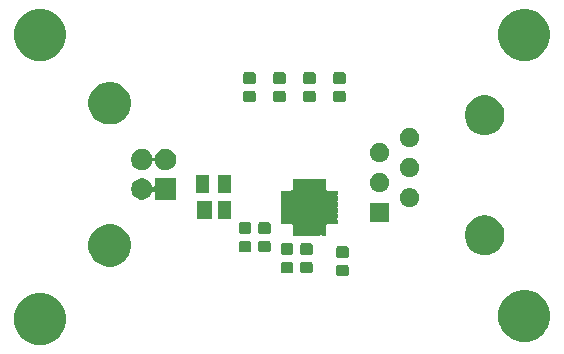
<source format=gbr>
G04 #@! TF.GenerationSoftware,KiCad,Pcbnew,(5.1.2)-2*
G04 #@! TF.CreationDate,2020-04-12T20:05:54-04:00*
G04 #@! TF.ProjectId,usb-serial-interface,7573622d-7365-4726-9961-6c2d696e7465,rev?*
G04 #@! TF.SameCoordinates,Original*
G04 #@! TF.FileFunction,Soldermask,Top*
G04 #@! TF.FilePolarity,Negative*
%FSLAX46Y46*%
G04 Gerber Fmt 4.6, Leading zero omitted, Abs format (unit mm)*
G04 Created by KiCad (PCBNEW (5.1.2)-2) date 2020-04-12 20:05:54*
%MOMM*%
%LPD*%
G04 APERTURE LIST*
%ADD10C,0.100000*%
G04 APERTURE END LIST*
D10*
G36*
X84517007Y-90518582D02*
G01*
X84917563Y-90684498D01*
X84917565Y-90684499D01*
X85278056Y-90925371D01*
X85584629Y-91231944D01*
X85825501Y-91592435D01*
X85825502Y-91592437D01*
X85991418Y-91992993D01*
X86076000Y-92418219D01*
X86076000Y-92851781D01*
X85991418Y-93277007D01*
X85825502Y-93677563D01*
X85825501Y-93677565D01*
X85584629Y-94038056D01*
X85278056Y-94344629D01*
X84917565Y-94585501D01*
X84917564Y-94585502D01*
X84917563Y-94585502D01*
X84517007Y-94751418D01*
X84091781Y-94836000D01*
X83658219Y-94836000D01*
X83232993Y-94751418D01*
X82832437Y-94585502D01*
X82832436Y-94585502D01*
X82832435Y-94585501D01*
X82471944Y-94344629D01*
X82165371Y-94038056D01*
X81924499Y-93677565D01*
X81924498Y-93677563D01*
X81758582Y-93277007D01*
X81674000Y-92851781D01*
X81674000Y-92418219D01*
X81758582Y-91992993D01*
X81924498Y-91592437D01*
X81924499Y-91592435D01*
X82165371Y-91231944D01*
X82471944Y-90925371D01*
X82832435Y-90684499D01*
X82832437Y-90684498D01*
X83232993Y-90518582D01*
X83658219Y-90434000D01*
X84091781Y-90434000D01*
X84517007Y-90518582D01*
X84517007Y-90518582D01*
G37*
G36*
X125517007Y-90268582D02*
G01*
X125917563Y-90434498D01*
X125917565Y-90434499D01*
X126278056Y-90675371D01*
X126584629Y-90981944D01*
X126751673Y-91231944D01*
X126825502Y-91342437D01*
X126991418Y-91742993D01*
X127076000Y-92168219D01*
X127076000Y-92601781D01*
X126991418Y-93027007D01*
X126887864Y-93277007D01*
X126825501Y-93427565D01*
X126584629Y-93788056D01*
X126278056Y-94094629D01*
X125917565Y-94335501D01*
X125917564Y-94335502D01*
X125917563Y-94335502D01*
X125517007Y-94501418D01*
X125091781Y-94586000D01*
X124658219Y-94586000D01*
X124232993Y-94501418D01*
X123832437Y-94335502D01*
X123832436Y-94335502D01*
X123832435Y-94335501D01*
X123471944Y-94094629D01*
X123165371Y-93788056D01*
X122924499Y-93427565D01*
X122862136Y-93277007D01*
X122758582Y-93027007D01*
X122674000Y-92601781D01*
X122674000Y-92168219D01*
X122758582Y-91742993D01*
X122924498Y-91342437D01*
X122998327Y-91231944D01*
X123165371Y-90981944D01*
X123471944Y-90675371D01*
X123832435Y-90434499D01*
X123832437Y-90434498D01*
X124232993Y-90268582D01*
X124658219Y-90184000D01*
X125091781Y-90184000D01*
X125517007Y-90268582D01*
X125517007Y-90268582D01*
G37*
G36*
X109853591Y-88060085D02*
G01*
X109887569Y-88070393D01*
X109918890Y-88087134D01*
X109946339Y-88109661D01*
X109968866Y-88137110D01*
X109985607Y-88168431D01*
X109995915Y-88202409D01*
X110000000Y-88243890D01*
X110000000Y-88845110D01*
X109995915Y-88886591D01*
X109985607Y-88920569D01*
X109968866Y-88951890D01*
X109946339Y-88979339D01*
X109918890Y-89001866D01*
X109887569Y-89018607D01*
X109853591Y-89028915D01*
X109812110Y-89033000D01*
X109135890Y-89033000D01*
X109094409Y-89028915D01*
X109060431Y-89018607D01*
X109029110Y-89001866D01*
X109001661Y-88979339D01*
X108979134Y-88951890D01*
X108962393Y-88920569D01*
X108952085Y-88886591D01*
X108948000Y-88845110D01*
X108948000Y-88243890D01*
X108952085Y-88202409D01*
X108962393Y-88168431D01*
X108979134Y-88137110D01*
X109001661Y-88109661D01*
X109029110Y-88087134D01*
X109060431Y-88070393D01*
X109094409Y-88060085D01*
X109135890Y-88056000D01*
X109812110Y-88056000D01*
X109853591Y-88060085D01*
X109853591Y-88060085D01*
G37*
G36*
X106805591Y-87806085D02*
G01*
X106839569Y-87816393D01*
X106870890Y-87833134D01*
X106898339Y-87855661D01*
X106920866Y-87883110D01*
X106937607Y-87914431D01*
X106947915Y-87948409D01*
X106952000Y-87989890D01*
X106952000Y-88591110D01*
X106947915Y-88632591D01*
X106937607Y-88666569D01*
X106920866Y-88697890D01*
X106898339Y-88725339D01*
X106870890Y-88747866D01*
X106839569Y-88764607D01*
X106805591Y-88774915D01*
X106764110Y-88779000D01*
X106087890Y-88779000D01*
X106046409Y-88774915D01*
X106012431Y-88764607D01*
X105981110Y-88747866D01*
X105953661Y-88725339D01*
X105931134Y-88697890D01*
X105914393Y-88666569D01*
X105904085Y-88632591D01*
X105900000Y-88591110D01*
X105900000Y-87989890D01*
X105904085Y-87948409D01*
X105914393Y-87914431D01*
X105931134Y-87883110D01*
X105953661Y-87855661D01*
X105981110Y-87833134D01*
X106012431Y-87816393D01*
X106046409Y-87806085D01*
X106087890Y-87802000D01*
X106764110Y-87802000D01*
X106805591Y-87806085D01*
X106805591Y-87806085D01*
G37*
G36*
X105154591Y-87806085D02*
G01*
X105188569Y-87816393D01*
X105219890Y-87833134D01*
X105247339Y-87855661D01*
X105269866Y-87883110D01*
X105286607Y-87914431D01*
X105296915Y-87948409D01*
X105301000Y-87989890D01*
X105301000Y-88591110D01*
X105296915Y-88632591D01*
X105286607Y-88666569D01*
X105269866Y-88697890D01*
X105247339Y-88725339D01*
X105219890Y-88747866D01*
X105188569Y-88764607D01*
X105154591Y-88774915D01*
X105113110Y-88779000D01*
X104436890Y-88779000D01*
X104395409Y-88774915D01*
X104361431Y-88764607D01*
X104330110Y-88747866D01*
X104302661Y-88725339D01*
X104280134Y-88697890D01*
X104263393Y-88666569D01*
X104253085Y-88632591D01*
X104249000Y-88591110D01*
X104249000Y-87989890D01*
X104253085Y-87948409D01*
X104263393Y-87914431D01*
X104280134Y-87883110D01*
X104302661Y-87855661D01*
X104330110Y-87833134D01*
X104361431Y-87816393D01*
X104395409Y-87806085D01*
X104436890Y-87802000D01*
X105113110Y-87802000D01*
X105154591Y-87806085D01*
X105154591Y-87806085D01*
G37*
G36*
X90303331Y-84673211D02*
G01*
X90631092Y-84808974D01*
X90926070Y-85006072D01*
X91176928Y-85256930D01*
X91374026Y-85551908D01*
X91509789Y-85879669D01*
X91579000Y-86227616D01*
X91579000Y-86582384D01*
X91509789Y-86930331D01*
X91374026Y-87258092D01*
X91176928Y-87553070D01*
X90926070Y-87803928D01*
X90631092Y-88001026D01*
X90303331Y-88136789D01*
X89955384Y-88206000D01*
X89600616Y-88206000D01*
X89252669Y-88136789D01*
X88924908Y-88001026D01*
X88629930Y-87803928D01*
X88379072Y-87553070D01*
X88181974Y-87258092D01*
X88046211Y-86930331D01*
X87977000Y-86582384D01*
X87977000Y-86227616D01*
X88046211Y-85879669D01*
X88181974Y-85551908D01*
X88379072Y-85256930D01*
X88629930Y-85006072D01*
X88924908Y-84808974D01*
X89252669Y-84673211D01*
X89600616Y-84604000D01*
X89955384Y-84604000D01*
X90303331Y-84673211D01*
X90303331Y-84673211D01*
G37*
G36*
X109853591Y-86485085D02*
G01*
X109887569Y-86495393D01*
X109918890Y-86512134D01*
X109946339Y-86534661D01*
X109968866Y-86562110D01*
X109985607Y-86593431D01*
X109995915Y-86627409D01*
X110000000Y-86668890D01*
X110000000Y-87270110D01*
X109995915Y-87311591D01*
X109985607Y-87345569D01*
X109968866Y-87376890D01*
X109946339Y-87404339D01*
X109918890Y-87426866D01*
X109887569Y-87443607D01*
X109853591Y-87453915D01*
X109812110Y-87458000D01*
X109135890Y-87458000D01*
X109094409Y-87453915D01*
X109060431Y-87443607D01*
X109029110Y-87426866D01*
X109001661Y-87404339D01*
X108979134Y-87376890D01*
X108962393Y-87345569D01*
X108952085Y-87311591D01*
X108948000Y-87270110D01*
X108948000Y-86668890D01*
X108952085Y-86627409D01*
X108962393Y-86593431D01*
X108979134Y-86562110D01*
X109001661Y-86534661D01*
X109029110Y-86512134D01*
X109060431Y-86495393D01*
X109094409Y-86485085D01*
X109135890Y-86481000D01*
X109812110Y-86481000D01*
X109853591Y-86485085D01*
X109853591Y-86485085D01*
G37*
G36*
X121841971Y-83901204D02*
G01*
X122003871Y-83933408D01*
X122308883Y-84059748D01*
X122583387Y-84243166D01*
X122816834Y-84476613D01*
X123000252Y-84751117D01*
X123126592Y-85056129D01*
X123126592Y-85056130D01*
X123189491Y-85372339D01*
X123191000Y-85379928D01*
X123191000Y-85710072D01*
X123126592Y-86033871D01*
X123000252Y-86338883D01*
X122816834Y-86613387D01*
X122583387Y-86846834D01*
X122308883Y-87030252D01*
X122003871Y-87156592D01*
X121859004Y-87185408D01*
X121680073Y-87221000D01*
X121349927Y-87221000D01*
X121170996Y-87185408D01*
X121026129Y-87156592D01*
X120721117Y-87030252D01*
X120446613Y-86846834D01*
X120213166Y-86613387D01*
X120029748Y-86338883D01*
X119903408Y-86033871D01*
X119839000Y-85710072D01*
X119839000Y-85379928D01*
X119840510Y-85372339D01*
X119903408Y-85056130D01*
X119903408Y-85056129D01*
X120029748Y-84751117D01*
X120213166Y-84476613D01*
X120446613Y-84243166D01*
X120721117Y-84059748D01*
X121026129Y-83933408D01*
X121188029Y-83901204D01*
X121349927Y-83869000D01*
X121680073Y-83869000D01*
X121841971Y-83901204D01*
X121841971Y-83901204D01*
G37*
G36*
X106805591Y-86231085D02*
G01*
X106839569Y-86241393D01*
X106870890Y-86258134D01*
X106898339Y-86280661D01*
X106920866Y-86308110D01*
X106937607Y-86339431D01*
X106947915Y-86373409D01*
X106952000Y-86414890D01*
X106952000Y-87016110D01*
X106947915Y-87057591D01*
X106937607Y-87091569D01*
X106920866Y-87122890D01*
X106898339Y-87150339D01*
X106870890Y-87172866D01*
X106839569Y-87189607D01*
X106805591Y-87199915D01*
X106764110Y-87204000D01*
X106087890Y-87204000D01*
X106046409Y-87199915D01*
X106012431Y-87189607D01*
X105981110Y-87172866D01*
X105953661Y-87150339D01*
X105931134Y-87122890D01*
X105914393Y-87091569D01*
X105904085Y-87057591D01*
X105900000Y-87016110D01*
X105900000Y-86414890D01*
X105904085Y-86373409D01*
X105914393Y-86339431D01*
X105931134Y-86308110D01*
X105953661Y-86280661D01*
X105981110Y-86258134D01*
X106012431Y-86241393D01*
X106046409Y-86231085D01*
X106087890Y-86227000D01*
X106764110Y-86227000D01*
X106805591Y-86231085D01*
X106805591Y-86231085D01*
G37*
G36*
X105154591Y-86231085D02*
G01*
X105188569Y-86241393D01*
X105219890Y-86258134D01*
X105247339Y-86280661D01*
X105269866Y-86308110D01*
X105286607Y-86339431D01*
X105296915Y-86373409D01*
X105301000Y-86414890D01*
X105301000Y-87016110D01*
X105296915Y-87057591D01*
X105286607Y-87091569D01*
X105269866Y-87122890D01*
X105247339Y-87150339D01*
X105219890Y-87172866D01*
X105188569Y-87189607D01*
X105154591Y-87199915D01*
X105113110Y-87204000D01*
X104436890Y-87204000D01*
X104395409Y-87199915D01*
X104361431Y-87189607D01*
X104330110Y-87172866D01*
X104302661Y-87150339D01*
X104280134Y-87122890D01*
X104263393Y-87091569D01*
X104253085Y-87057591D01*
X104249000Y-87016110D01*
X104249000Y-86414890D01*
X104253085Y-86373409D01*
X104263393Y-86339431D01*
X104280134Y-86308110D01*
X104302661Y-86280661D01*
X104330110Y-86258134D01*
X104361431Y-86241393D01*
X104395409Y-86231085D01*
X104436890Y-86227000D01*
X105113110Y-86227000D01*
X105154591Y-86231085D01*
X105154591Y-86231085D01*
G37*
G36*
X103249591Y-86028085D02*
G01*
X103283569Y-86038393D01*
X103314890Y-86055134D01*
X103342339Y-86077661D01*
X103364866Y-86105110D01*
X103381607Y-86136431D01*
X103391915Y-86170409D01*
X103396000Y-86211890D01*
X103396000Y-86813110D01*
X103391915Y-86854591D01*
X103381607Y-86888569D01*
X103364866Y-86919890D01*
X103342339Y-86947339D01*
X103314890Y-86969866D01*
X103283569Y-86986607D01*
X103249591Y-86996915D01*
X103208110Y-87001000D01*
X102531890Y-87001000D01*
X102490409Y-86996915D01*
X102456431Y-86986607D01*
X102425110Y-86969866D01*
X102397661Y-86947339D01*
X102375134Y-86919890D01*
X102358393Y-86888569D01*
X102348085Y-86854591D01*
X102344000Y-86813110D01*
X102344000Y-86211890D01*
X102348085Y-86170409D01*
X102358393Y-86136431D01*
X102375134Y-86105110D01*
X102397661Y-86077661D01*
X102425110Y-86055134D01*
X102456431Y-86038393D01*
X102490409Y-86028085D01*
X102531890Y-86024000D01*
X103208110Y-86024000D01*
X103249591Y-86028085D01*
X103249591Y-86028085D01*
G37*
G36*
X101598591Y-86028085D02*
G01*
X101632569Y-86038393D01*
X101663890Y-86055134D01*
X101691339Y-86077661D01*
X101713866Y-86105110D01*
X101730607Y-86136431D01*
X101740915Y-86170409D01*
X101745000Y-86211890D01*
X101745000Y-86813110D01*
X101740915Y-86854591D01*
X101730607Y-86888569D01*
X101713866Y-86919890D01*
X101691339Y-86947339D01*
X101663890Y-86969866D01*
X101632569Y-86986607D01*
X101598591Y-86996915D01*
X101557110Y-87001000D01*
X100880890Y-87001000D01*
X100839409Y-86996915D01*
X100805431Y-86986607D01*
X100774110Y-86969866D01*
X100746661Y-86947339D01*
X100724134Y-86919890D01*
X100707393Y-86888569D01*
X100697085Y-86854591D01*
X100693000Y-86813110D01*
X100693000Y-86211890D01*
X100697085Y-86170409D01*
X100707393Y-86136431D01*
X100724134Y-86105110D01*
X100746661Y-86077661D01*
X100774110Y-86055134D01*
X100805431Y-86038393D01*
X100839409Y-86028085D01*
X100880890Y-86024000D01*
X101557110Y-86024000D01*
X101598591Y-86028085D01*
X101598591Y-86028085D01*
G37*
G36*
X105585355Y-80785083D02*
G01*
X105590029Y-80786501D01*
X105594330Y-80788800D01*
X105600702Y-80794029D01*
X105621076Y-80807643D01*
X105643715Y-80817020D01*
X105667749Y-80821800D01*
X105692253Y-80821800D01*
X105716286Y-80817019D01*
X105738925Y-80807642D01*
X105759298Y-80794029D01*
X105765670Y-80788800D01*
X105769971Y-80786501D01*
X105774645Y-80785083D01*
X105785641Y-80784000D01*
X106074359Y-80784000D01*
X106085355Y-80785083D01*
X106090029Y-80786501D01*
X106094330Y-80788800D01*
X106100702Y-80794029D01*
X106121076Y-80807643D01*
X106143715Y-80817020D01*
X106167749Y-80821800D01*
X106192253Y-80821800D01*
X106216286Y-80817019D01*
X106238925Y-80807642D01*
X106259298Y-80794029D01*
X106265670Y-80788800D01*
X106269971Y-80786501D01*
X106274645Y-80785083D01*
X106285641Y-80784000D01*
X106574359Y-80784000D01*
X106585355Y-80785083D01*
X106590029Y-80786501D01*
X106594330Y-80788800D01*
X106600702Y-80794029D01*
X106621076Y-80807643D01*
X106643715Y-80817020D01*
X106667749Y-80821800D01*
X106692253Y-80821800D01*
X106716286Y-80817019D01*
X106738925Y-80807642D01*
X106759298Y-80794029D01*
X106765670Y-80788800D01*
X106769971Y-80786501D01*
X106774645Y-80785083D01*
X106785641Y-80784000D01*
X107074359Y-80784000D01*
X107085355Y-80785083D01*
X107090029Y-80786501D01*
X107094330Y-80788800D01*
X107100702Y-80794029D01*
X107121076Y-80807643D01*
X107143715Y-80817020D01*
X107167749Y-80821800D01*
X107192253Y-80821800D01*
X107216286Y-80817019D01*
X107238925Y-80807642D01*
X107259298Y-80794029D01*
X107265670Y-80788800D01*
X107269971Y-80786501D01*
X107274645Y-80785083D01*
X107285641Y-80784000D01*
X107574359Y-80784000D01*
X107585355Y-80785083D01*
X107590029Y-80786501D01*
X107594330Y-80788800D01*
X107600702Y-80794029D01*
X107621076Y-80807643D01*
X107643715Y-80817020D01*
X107667749Y-80821800D01*
X107692253Y-80821800D01*
X107716286Y-80817019D01*
X107738925Y-80807642D01*
X107759298Y-80794029D01*
X107765670Y-80788800D01*
X107769971Y-80786501D01*
X107774645Y-80785083D01*
X107785641Y-80784000D01*
X108074359Y-80784000D01*
X108085355Y-80785083D01*
X108090029Y-80786501D01*
X108094331Y-80788800D01*
X108098104Y-80791896D01*
X108101200Y-80795669D01*
X108103499Y-80799971D01*
X108104917Y-80804645D01*
X108106000Y-80815641D01*
X108106000Y-81634001D01*
X108108402Y-81658387D01*
X108115515Y-81681836D01*
X108127066Y-81703447D01*
X108142611Y-81722389D01*
X108161553Y-81737934D01*
X108183164Y-81749485D01*
X108206613Y-81756598D01*
X108230999Y-81759000D01*
X109049359Y-81759000D01*
X109060355Y-81760083D01*
X109065029Y-81761501D01*
X109069331Y-81763800D01*
X109073104Y-81766896D01*
X109076200Y-81770669D01*
X109078499Y-81774971D01*
X109079917Y-81779645D01*
X109081000Y-81790641D01*
X109081000Y-82079359D01*
X109079917Y-82090355D01*
X109078499Y-82095029D01*
X109076200Y-82099330D01*
X109070971Y-82105702D01*
X109057357Y-82126076D01*
X109047980Y-82148715D01*
X109043200Y-82172749D01*
X109043200Y-82197253D01*
X109047981Y-82221286D01*
X109057358Y-82243925D01*
X109070971Y-82264298D01*
X109076200Y-82270670D01*
X109078499Y-82274971D01*
X109079917Y-82279645D01*
X109081000Y-82290641D01*
X109081000Y-82579359D01*
X109079917Y-82590355D01*
X109078499Y-82595029D01*
X109076200Y-82599330D01*
X109070971Y-82605702D01*
X109057357Y-82626076D01*
X109047980Y-82648715D01*
X109043200Y-82672749D01*
X109043200Y-82697253D01*
X109047981Y-82721286D01*
X109057358Y-82743925D01*
X109070971Y-82764298D01*
X109076200Y-82770670D01*
X109078499Y-82774971D01*
X109079917Y-82779645D01*
X109081000Y-82790641D01*
X109081000Y-83079359D01*
X109079917Y-83090355D01*
X109078499Y-83095029D01*
X109076200Y-83099330D01*
X109070971Y-83105702D01*
X109057357Y-83126076D01*
X109047980Y-83148715D01*
X109043200Y-83172749D01*
X109043200Y-83197253D01*
X109047981Y-83221286D01*
X109057358Y-83243925D01*
X109070971Y-83264298D01*
X109076200Y-83270670D01*
X109078499Y-83274971D01*
X109079917Y-83279645D01*
X109081000Y-83290641D01*
X109081000Y-83579359D01*
X109079917Y-83590355D01*
X109078499Y-83595029D01*
X109076200Y-83599330D01*
X109070971Y-83605702D01*
X109057357Y-83626076D01*
X109047980Y-83648715D01*
X109043200Y-83672749D01*
X109043200Y-83697253D01*
X109047981Y-83721286D01*
X109057358Y-83743925D01*
X109070971Y-83764298D01*
X109076200Y-83770670D01*
X109078499Y-83774971D01*
X109079917Y-83779645D01*
X109081000Y-83790641D01*
X109081000Y-84079359D01*
X109079917Y-84090355D01*
X109078499Y-84095029D01*
X109076200Y-84099330D01*
X109070971Y-84105702D01*
X109057357Y-84126076D01*
X109047980Y-84148715D01*
X109043200Y-84172749D01*
X109043200Y-84197253D01*
X109047981Y-84221286D01*
X109057358Y-84243925D01*
X109070971Y-84264298D01*
X109076200Y-84270670D01*
X109078499Y-84274971D01*
X109079917Y-84279645D01*
X109081000Y-84290641D01*
X109081000Y-84579359D01*
X109079917Y-84590355D01*
X109078499Y-84595029D01*
X109076200Y-84599331D01*
X109073104Y-84603104D01*
X109069331Y-84606200D01*
X109065029Y-84608499D01*
X109060355Y-84609917D01*
X109049359Y-84611000D01*
X108230999Y-84611000D01*
X108206613Y-84613402D01*
X108183164Y-84620515D01*
X108161553Y-84632066D01*
X108142611Y-84647611D01*
X108127066Y-84666553D01*
X108115515Y-84688164D01*
X108108402Y-84711613D01*
X108106000Y-84735999D01*
X108106000Y-85554359D01*
X108104917Y-85565355D01*
X108103499Y-85570029D01*
X108101200Y-85574331D01*
X108098104Y-85578104D01*
X108094331Y-85581200D01*
X108090029Y-85583499D01*
X108085355Y-85584917D01*
X108074359Y-85586000D01*
X107785641Y-85586000D01*
X107774645Y-85584917D01*
X107769971Y-85583499D01*
X107765670Y-85581200D01*
X107759298Y-85575971D01*
X107738924Y-85562357D01*
X107716285Y-85552980D01*
X107692251Y-85548200D01*
X107667747Y-85548200D01*
X107643714Y-85552981D01*
X107621075Y-85562358D01*
X107600702Y-85575971D01*
X107594330Y-85581200D01*
X107590029Y-85583499D01*
X107585355Y-85584917D01*
X107574359Y-85586000D01*
X107285641Y-85586000D01*
X107274645Y-85584917D01*
X107269971Y-85583499D01*
X107265670Y-85581200D01*
X107259298Y-85575971D01*
X107238924Y-85562357D01*
X107216285Y-85552980D01*
X107192251Y-85548200D01*
X107167747Y-85548200D01*
X107143714Y-85552981D01*
X107121075Y-85562358D01*
X107100702Y-85575971D01*
X107094330Y-85581200D01*
X107090029Y-85583499D01*
X107085355Y-85584917D01*
X107074359Y-85586000D01*
X106785641Y-85586000D01*
X106774645Y-85584917D01*
X106769971Y-85583499D01*
X106765670Y-85581200D01*
X106759298Y-85575971D01*
X106738924Y-85562357D01*
X106716285Y-85552980D01*
X106692251Y-85548200D01*
X106667747Y-85548200D01*
X106643714Y-85552981D01*
X106621075Y-85562358D01*
X106600702Y-85575971D01*
X106594330Y-85581200D01*
X106590029Y-85583499D01*
X106585355Y-85584917D01*
X106574359Y-85586000D01*
X106285641Y-85586000D01*
X106274645Y-85584917D01*
X106269971Y-85583499D01*
X106265670Y-85581200D01*
X106259298Y-85575971D01*
X106238924Y-85562357D01*
X106216285Y-85552980D01*
X106192251Y-85548200D01*
X106167747Y-85548200D01*
X106143714Y-85552981D01*
X106121075Y-85562358D01*
X106100702Y-85575971D01*
X106094330Y-85581200D01*
X106090029Y-85583499D01*
X106085355Y-85584917D01*
X106074359Y-85586000D01*
X105785641Y-85586000D01*
X105774645Y-85584917D01*
X105769971Y-85583499D01*
X105765670Y-85581200D01*
X105759298Y-85575971D01*
X105738924Y-85562357D01*
X105716285Y-85552980D01*
X105692251Y-85548200D01*
X105667747Y-85548200D01*
X105643714Y-85552981D01*
X105621075Y-85562358D01*
X105600702Y-85575971D01*
X105594330Y-85581200D01*
X105590029Y-85583499D01*
X105585355Y-85584917D01*
X105574359Y-85586000D01*
X105285641Y-85586000D01*
X105274645Y-85584917D01*
X105269971Y-85583499D01*
X105265669Y-85581200D01*
X105261896Y-85578104D01*
X105258800Y-85574331D01*
X105256501Y-85570029D01*
X105255083Y-85565355D01*
X105254000Y-85554359D01*
X105254000Y-84735999D01*
X105251598Y-84711613D01*
X105244485Y-84688164D01*
X105232934Y-84666553D01*
X105217389Y-84647611D01*
X105198447Y-84632066D01*
X105176836Y-84620515D01*
X105153387Y-84613402D01*
X105129001Y-84611000D01*
X104310641Y-84611000D01*
X104299645Y-84609917D01*
X104294971Y-84608499D01*
X104290669Y-84606200D01*
X104286896Y-84603104D01*
X104283800Y-84599331D01*
X104281501Y-84595029D01*
X104280083Y-84590355D01*
X104279000Y-84579359D01*
X104279000Y-84290641D01*
X104280083Y-84279645D01*
X104281501Y-84274971D01*
X104283800Y-84270670D01*
X104289029Y-84264298D01*
X104302643Y-84243924D01*
X104312020Y-84221285D01*
X104316800Y-84197251D01*
X104316800Y-84172747D01*
X104312019Y-84148714D01*
X104302642Y-84126075D01*
X104289029Y-84105702D01*
X104283800Y-84099330D01*
X104281501Y-84095029D01*
X104280083Y-84090355D01*
X104279000Y-84079359D01*
X104279000Y-83790641D01*
X104280083Y-83779645D01*
X104281501Y-83774971D01*
X104283800Y-83770670D01*
X104289029Y-83764298D01*
X104302643Y-83743924D01*
X104312020Y-83721285D01*
X104316800Y-83697251D01*
X104316800Y-83672747D01*
X104312019Y-83648714D01*
X104302642Y-83626075D01*
X104289029Y-83605702D01*
X104283800Y-83599330D01*
X104281501Y-83595029D01*
X104280083Y-83590355D01*
X104279000Y-83579359D01*
X104279000Y-83290641D01*
X104280083Y-83279645D01*
X104281501Y-83274971D01*
X104283800Y-83270670D01*
X104289029Y-83264298D01*
X104302643Y-83243924D01*
X104312020Y-83221285D01*
X104316800Y-83197251D01*
X104316800Y-83172747D01*
X104312019Y-83148714D01*
X104302642Y-83126075D01*
X104289029Y-83105702D01*
X104283800Y-83099330D01*
X104281501Y-83095029D01*
X104280083Y-83090355D01*
X104279000Y-83079359D01*
X104279000Y-82790641D01*
X104280083Y-82779645D01*
X104281501Y-82774971D01*
X104283800Y-82770670D01*
X104289029Y-82764298D01*
X104302643Y-82743924D01*
X104312020Y-82721285D01*
X104316800Y-82697251D01*
X104316800Y-82672747D01*
X104312019Y-82648714D01*
X104302642Y-82626075D01*
X104289029Y-82605702D01*
X104283800Y-82599330D01*
X104281501Y-82595029D01*
X104280083Y-82590355D01*
X104279000Y-82579359D01*
X104279000Y-82290641D01*
X104280083Y-82279645D01*
X104281501Y-82274971D01*
X104283800Y-82270670D01*
X104289029Y-82264298D01*
X104302643Y-82243924D01*
X104312020Y-82221285D01*
X104316800Y-82197251D01*
X104316800Y-82172747D01*
X104312019Y-82148714D01*
X104302642Y-82126075D01*
X104289029Y-82105702D01*
X104283800Y-82099330D01*
X104281501Y-82095029D01*
X104280083Y-82090355D01*
X104279000Y-82079359D01*
X104279000Y-81790641D01*
X104280083Y-81779645D01*
X104281501Y-81774971D01*
X104283800Y-81770669D01*
X104286896Y-81766896D01*
X104290669Y-81763800D01*
X104294971Y-81761501D01*
X104299645Y-81760083D01*
X104310641Y-81759000D01*
X105129001Y-81759000D01*
X105153387Y-81756598D01*
X105176836Y-81749485D01*
X105198447Y-81737934D01*
X105217389Y-81722389D01*
X105232934Y-81703447D01*
X105244485Y-81681836D01*
X105251598Y-81658387D01*
X105254000Y-81634001D01*
X105254000Y-80815641D01*
X105255083Y-80804645D01*
X105256501Y-80799971D01*
X105258800Y-80795669D01*
X105261896Y-80791896D01*
X105265669Y-80788800D01*
X105269971Y-80786501D01*
X105274645Y-80785083D01*
X105285641Y-80784000D01*
X105574359Y-80784000D01*
X105585355Y-80785083D01*
X105585355Y-80785083D01*
G37*
G36*
X103249591Y-84453085D02*
G01*
X103283569Y-84463393D01*
X103314890Y-84480134D01*
X103342339Y-84502661D01*
X103364866Y-84530110D01*
X103381607Y-84561431D01*
X103391915Y-84595409D01*
X103396000Y-84636890D01*
X103396000Y-85238110D01*
X103391915Y-85279591D01*
X103381607Y-85313569D01*
X103364866Y-85344890D01*
X103342339Y-85372339D01*
X103314890Y-85394866D01*
X103283569Y-85411607D01*
X103249591Y-85421915D01*
X103208110Y-85426000D01*
X102531890Y-85426000D01*
X102490409Y-85421915D01*
X102456431Y-85411607D01*
X102425110Y-85394866D01*
X102397661Y-85372339D01*
X102375134Y-85344890D01*
X102358393Y-85313569D01*
X102348085Y-85279591D01*
X102344000Y-85238110D01*
X102344000Y-84636890D01*
X102348085Y-84595409D01*
X102358393Y-84561431D01*
X102375134Y-84530110D01*
X102397661Y-84502661D01*
X102425110Y-84480134D01*
X102456431Y-84463393D01*
X102490409Y-84453085D01*
X102531890Y-84449000D01*
X103208110Y-84449000D01*
X103249591Y-84453085D01*
X103249591Y-84453085D01*
G37*
G36*
X101598591Y-84453085D02*
G01*
X101632569Y-84463393D01*
X101663890Y-84480134D01*
X101691339Y-84502661D01*
X101713866Y-84530110D01*
X101730607Y-84561431D01*
X101740915Y-84595409D01*
X101745000Y-84636890D01*
X101745000Y-85238110D01*
X101740915Y-85279591D01*
X101730607Y-85313569D01*
X101713866Y-85344890D01*
X101691339Y-85372339D01*
X101663890Y-85394866D01*
X101632569Y-85411607D01*
X101598591Y-85421915D01*
X101557110Y-85426000D01*
X100880890Y-85426000D01*
X100839409Y-85421915D01*
X100805431Y-85411607D01*
X100774110Y-85394866D01*
X100746661Y-85372339D01*
X100724134Y-85344890D01*
X100707393Y-85313569D01*
X100697085Y-85279591D01*
X100693000Y-85238110D01*
X100693000Y-84636890D01*
X100697085Y-84595409D01*
X100707393Y-84561431D01*
X100724134Y-84530110D01*
X100746661Y-84502661D01*
X100774110Y-84480134D01*
X100805431Y-84463393D01*
X100839409Y-84453085D01*
X100880890Y-84449000D01*
X101557110Y-84449000D01*
X101598591Y-84453085D01*
X101598591Y-84453085D01*
G37*
G36*
X113436000Y-84446000D02*
G01*
X111814000Y-84446000D01*
X111814000Y-82824000D01*
X113436000Y-82824000D01*
X113436000Y-84446000D01*
X113436000Y-84446000D01*
G37*
G36*
X100053000Y-84147000D02*
G01*
X98951000Y-84147000D01*
X98951000Y-82645000D01*
X100053000Y-82645000D01*
X100053000Y-84147000D01*
X100053000Y-84147000D01*
G37*
G36*
X98433000Y-84147000D02*
G01*
X97131000Y-84147000D01*
X97131000Y-82645000D01*
X98433000Y-82645000D01*
X98433000Y-84147000D01*
X98433000Y-84147000D01*
G37*
G36*
X115401560Y-81585166D02*
G01*
X115492900Y-81623000D01*
X115549153Y-81646301D01*
X115681982Y-81735055D01*
X115794945Y-81848018D01*
X115833688Y-81906000D01*
X115883700Y-81980849D01*
X115944834Y-82128440D01*
X115976000Y-82285122D01*
X115976000Y-82444878D01*
X115957875Y-82536000D01*
X115944834Y-82601560D01*
X115883699Y-82749153D01*
X115794945Y-82881982D01*
X115681982Y-82994945D01*
X115549153Y-83083699D01*
X115549152Y-83083700D01*
X115549151Y-83083700D01*
X115401560Y-83144834D01*
X115244878Y-83176000D01*
X115085122Y-83176000D01*
X114928440Y-83144834D01*
X114780849Y-83083700D01*
X114780848Y-83083700D01*
X114780847Y-83083699D01*
X114648018Y-82994945D01*
X114535055Y-82881982D01*
X114446301Y-82749153D01*
X114385166Y-82601560D01*
X114372125Y-82536000D01*
X114354000Y-82444878D01*
X114354000Y-82285122D01*
X114385166Y-82128440D01*
X114446300Y-81980849D01*
X114496313Y-81906000D01*
X114535055Y-81848018D01*
X114648018Y-81735055D01*
X114780847Y-81646301D01*
X114837101Y-81623000D01*
X114928440Y-81585166D01*
X115085122Y-81554000D01*
X115244878Y-81554000D01*
X115401560Y-81585166D01*
X115401560Y-81585166D01*
G37*
G36*
X92601512Y-80738927D02*
G01*
X92750812Y-80768624D01*
X92914784Y-80836544D01*
X93062354Y-80935147D01*
X93187853Y-81060646D01*
X93286456Y-81208216D01*
X93346523Y-81353229D01*
X93358068Y-81374829D01*
X93373613Y-81393771D01*
X93392555Y-81409316D01*
X93414166Y-81420867D01*
X93437615Y-81427980D01*
X93462001Y-81430382D01*
X93486387Y-81427980D01*
X93509836Y-81420867D01*
X93531447Y-81409316D01*
X93550389Y-81393771D01*
X93565934Y-81374829D01*
X93577485Y-81353218D01*
X93584598Y-81329769D01*
X93587000Y-81305383D01*
X93587000Y-80734000D01*
X95389000Y-80734000D01*
X95389000Y-82536000D01*
X93587000Y-82536000D01*
X93587000Y-81964617D01*
X93584598Y-81940231D01*
X93577485Y-81916782D01*
X93565934Y-81895171D01*
X93550389Y-81876229D01*
X93531447Y-81860684D01*
X93509836Y-81849133D01*
X93486387Y-81842020D01*
X93462001Y-81839618D01*
X93437615Y-81842020D01*
X93414166Y-81849133D01*
X93392555Y-81860684D01*
X93373613Y-81876229D01*
X93358068Y-81895171D01*
X93346523Y-81916771D01*
X93286456Y-82061784D01*
X93187853Y-82209354D01*
X93062354Y-82334853D01*
X92914784Y-82433456D01*
X92750812Y-82501376D01*
X92601512Y-82531073D01*
X92576742Y-82536000D01*
X92399258Y-82536000D01*
X92374488Y-82531073D01*
X92225188Y-82501376D01*
X92061216Y-82433456D01*
X91913646Y-82334853D01*
X91788147Y-82209354D01*
X91689544Y-82061784D01*
X91621624Y-81897812D01*
X91587000Y-81723741D01*
X91587000Y-81546259D01*
X91621624Y-81372188D01*
X91689544Y-81208216D01*
X91788147Y-81060646D01*
X91913646Y-80935147D01*
X92061216Y-80836544D01*
X92225188Y-80768624D01*
X92374488Y-80738927D01*
X92399258Y-80734000D01*
X92576742Y-80734000D01*
X92601512Y-80738927D01*
X92601512Y-80738927D01*
G37*
G36*
X100053000Y-81947000D02*
G01*
X98951000Y-81947000D01*
X98951000Y-80445000D01*
X100053000Y-80445000D01*
X100053000Y-81947000D01*
X100053000Y-81947000D01*
G37*
G36*
X98153000Y-81947000D02*
G01*
X97051000Y-81947000D01*
X97051000Y-80445000D01*
X98153000Y-80445000D01*
X98153000Y-81947000D01*
X98153000Y-81947000D01*
G37*
G36*
X112861560Y-80315166D02*
G01*
X113009153Y-80376301D01*
X113141982Y-80465055D01*
X113254945Y-80578018D01*
X113293688Y-80636000D01*
X113343700Y-80710849D01*
X113404834Y-80858440D01*
X113436000Y-81015122D01*
X113436000Y-81174878D01*
X113404834Y-81331560D01*
X113372627Y-81409316D01*
X113343699Y-81479153D01*
X113254945Y-81611982D01*
X113141982Y-81724945D01*
X113009153Y-81813699D01*
X113009152Y-81813700D01*
X113009151Y-81813700D01*
X112861560Y-81874834D01*
X112704878Y-81906000D01*
X112545122Y-81906000D01*
X112388440Y-81874834D01*
X112240849Y-81813700D01*
X112240848Y-81813700D01*
X112240847Y-81813699D01*
X112108018Y-81724945D01*
X111995055Y-81611982D01*
X111906301Y-81479153D01*
X111877374Y-81409316D01*
X111845166Y-81331560D01*
X111814000Y-81174878D01*
X111814000Y-81015122D01*
X111845166Y-80858440D01*
X111906300Y-80710849D01*
X111956313Y-80636000D01*
X111995055Y-80578018D01*
X112108018Y-80465055D01*
X112240847Y-80376301D01*
X112388440Y-80315166D01*
X112545122Y-80284000D01*
X112704878Y-80284000D01*
X112861560Y-80315166D01*
X112861560Y-80315166D01*
G37*
G36*
X115316477Y-79028242D02*
G01*
X115401560Y-79045166D01*
X115549153Y-79106301D01*
X115681982Y-79195055D01*
X115794945Y-79308018D01*
X115833688Y-79366000D01*
X115883700Y-79440849D01*
X115944834Y-79588440D01*
X115976000Y-79745122D01*
X115976000Y-79904878D01*
X115956805Y-80001376D01*
X115944834Y-80061560D01*
X115883699Y-80209153D01*
X115794945Y-80341982D01*
X115681982Y-80454945D01*
X115549153Y-80543699D01*
X115549152Y-80543700D01*
X115549151Y-80543700D01*
X115401560Y-80604834D01*
X115244878Y-80636000D01*
X115085122Y-80636000D01*
X114928440Y-80604834D01*
X114780849Y-80543700D01*
X114780848Y-80543700D01*
X114780847Y-80543699D01*
X114648018Y-80454945D01*
X114535055Y-80341982D01*
X114446301Y-80209153D01*
X114385166Y-80061560D01*
X114373195Y-80001376D01*
X114354000Y-79904878D01*
X114354000Y-79745122D01*
X114385166Y-79588440D01*
X114446300Y-79440849D01*
X114496313Y-79366000D01*
X114535055Y-79308018D01*
X114648018Y-79195055D01*
X114780847Y-79106301D01*
X114928440Y-79045166D01*
X115013523Y-79028242D01*
X115085122Y-79014000D01*
X115244878Y-79014000D01*
X115316477Y-79028242D01*
X115316477Y-79028242D01*
G37*
G36*
X92601512Y-78238927D02*
G01*
X92750812Y-78268624D01*
X92914784Y-78336544D01*
X93062354Y-78435147D01*
X93187853Y-78560646D01*
X93286456Y-78708216D01*
X93354376Y-78872188D01*
X93365405Y-78927638D01*
X93372516Y-78951078D01*
X93384067Y-78972689D01*
X93399613Y-78991631D01*
X93418555Y-79007176D01*
X93440165Y-79018727D01*
X93463614Y-79025840D01*
X93488000Y-79028242D01*
X93512387Y-79025840D01*
X93535835Y-79018727D01*
X93557446Y-79007176D01*
X93576388Y-78991630D01*
X93591933Y-78972688D01*
X93603484Y-78951078D01*
X93610595Y-78927638D01*
X93621624Y-78872188D01*
X93689544Y-78708216D01*
X93788147Y-78560646D01*
X93913646Y-78435147D01*
X94061216Y-78336544D01*
X94225188Y-78268624D01*
X94374488Y-78238927D01*
X94399258Y-78234000D01*
X94576742Y-78234000D01*
X94601512Y-78238927D01*
X94750812Y-78268624D01*
X94914784Y-78336544D01*
X95062354Y-78435147D01*
X95187853Y-78560646D01*
X95286456Y-78708216D01*
X95354376Y-78872188D01*
X95389000Y-79046259D01*
X95389000Y-79223741D01*
X95354376Y-79397812D01*
X95286456Y-79561784D01*
X95187853Y-79709354D01*
X95062354Y-79834853D01*
X94914784Y-79933456D01*
X94750812Y-80001376D01*
X94601512Y-80031073D01*
X94576742Y-80036000D01*
X94399258Y-80036000D01*
X94374488Y-80031073D01*
X94225188Y-80001376D01*
X94061216Y-79933456D01*
X93913646Y-79834853D01*
X93788147Y-79709354D01*
X93689544Y-79561784D01*
X93621624Y-79397812D01*
X93610595Y-79342362D01*
X93603484Y-79318922D01*
X93591933Y-79297311D01*
X93576387Y-79278369D01*
X93557445Y-79262824D01*
X93535835Y-79251273D01*
X93512386Y-79244160D01*
X93488000Y-79241758D01*
X93463613Y-79244160D01*
X93440165Y-79251273D01*
X93418554Y-79262824D01*
X93399612Y-79278370D01*
X93384067Y-79297312D01*
X93372516Y-79318922D01*
X93365405Y-79342362D01*
X93354376Y-79397812D01*
X93286456Y-79561784D01*
X93187853Y-79709354D01*
X93062354Y-79834853D01*
X92914784Y-79933456D01*
X92750812Y-80001376D01*
X92601512Y-80031073D01*
X92576742Y-80036000D01*
X92399258Y-80036000D01*
X92374488Y-80031073D01*
X92225188Y-80001376D01*
X92061216Y-79933456D01*
X91913646Y-79834853D01*
X91788147Y-79709354D01*
X91689544Y-79561784D01*
X91621624Y-79397812D01*
X91587000Y-79223741D01*
X91587000Y-79046259D01*
X91621624Y-78872188D01*
X91689544Y-78708216D01*
X91788147Y-78560646D01*
X91913646Y-78435147D01*
X92061216Y-78336544D01*
X92225188Y-78268624D01*
X92374488Y-78238927D01*
X92399258Y-78234000D01*
X92576742Y-78234000D01*
X92601512Y-78238927D01*
X92601512Y-78238927D01*
G37*
G36*
X112861560Y-77775166D02*
G01*
X113009153Y-77836301D01*
X113141982Y-77925055D01*
X113254945Y-78038018D01*
X113343699Y-78170847D01*
X113404834Y-78318440D01*
X113436000Y-78475123D01*
X113436000Y-78634877D01*
X113404834Y-78791560D01*
X113343699Y-78939153D01*
X113254945Y-79071982D01*
X113141982Y-79184945D01*
X113009153Y-79273699D01*
X113009152Y-79273700D01*
X113009151Y-79273700D01*
X112861560Y-79334834D01*
X112704878Y-79366000D01*
X112545122Y-79366000D01*
X112388440Y-79334834D01*
X112240849Y-79273700D01*
X112240848Y-79273700D01*
X112240847Y-79273699D01*
X112108018Y-79184945D01*
X111995055Y-79071982D01*
X111906301Y-78939153D01*
X111845166Y-78791560D01*
X111814000Y-78634877D01*
X111814000Y-78475123D01*
X111845166Y-78318440D01*
X111906301Y-78170847D01*
X111995055Y-78038018D01*
X112108018Y-77925055D01*
X112240847Y-77836301D01*
X112388440Y-77775166D01*
X112545122Y-77744000D01*
X112704878Y-77744000D01*
X112861560Y-77775166D01*
X112861560Y-77775166D01*
G37*
G36*
X115401560Y-76505166D02*
G01*
X115549153Y-76566301D01*
X115681982Y-76655055D01*
X115794945Y-76768018D01*
X115883699Y-76900847D01*
X115944834Y-77048440D01*
X115976000Y-77205123D01*
X115976000Y-77364877D01*
X115944834Y-77521560D01*
X115883699Y-77669153D01*
X115794945Y-77801982D01*
X115681982Y-77914945D01*
X115549153Y-78003699D01*
X115549152Y-78003700D01*
X115549151Y-78003700D01*
X115401560Y-78064834D01*
X115244878Y-78096000D01*
X115085122Y-78096000D01*
X114928440Y-78064834D01*
X114780849Y-78003700D01*
X114780848Y-78003700D01*
X114780847Y-78003699D01*
X114648018Y-77914945D01*
X114535055Y-77801982D01*
X114446301Y-77669153D01*
X114385166Y-77521560D01*
X114354000Y-77364877D01*
X114354000Y-77205123D01*
X114385166Y-77048440D01*
X114446301Y-76900847D01*
X114535055Y-76768018D01*
X114648018Y-76655055D01*
X114780847Y-76566301D01*
X114928440Y-76505166D01*
X115085122Y-76474000D01*
X115244878Y-76474000D01*
X115401560Y-76505166D01*
X115401560Y-76505166D01*
G37*
G36*
X122003871Y-73773408D02*
G01*
X122308883Y-73899748D01*
X122583387Y-74083166D01*
X122816834Y-74316613D01*
X123000252Y-74591117D01*
X123126592Y-74896129D01*
X123191000Y-75219928D01*
X123191000Y-75550072D01*
X123126592Y-75873871D01*
X123000252Y-76178883D01*
X122816834Y-76453387D01*
X122583387Y-76686834D01*
X122308883Y-76870252D01*
X122003871Y-76996592D01*
X121841971Y-77028796D01*
X121680073Y-77061000D01*
X121349927Y-77061000D01*
X121188029Y-77028796D01*
X121026129Y-76996592D01*
X120721117Y-76870252D01*
X120446613Y-76686834D01*
X120213166Y-76453387D01*
X120029748Y-76178883D01*
X119903408Y-75873871D01*
X119839000Y-75550072D01*
X119839000Y-75219928D01*
X119903408Y-74896129D01*
X120029748Y-74591117D01*
X120213166Y-74316613D01*
X120446613Y-74083166D01*
X120721117Y-73899748D01*
X121026129Y-73773408D01*
X121349927Y-73709000D01*
X121680073Y-73709000D01*
X122003871Y-73773408D01*
X122003871Y-73773408D01*
G37*
G36*
X90303331Y-72633211D02*
G01*
X90631092Y-72768974D01*
X90926070Y-72966072D01*
X91176928Y-73216930D01*
X91374026Y-73511908D01*
X91509789Y-73839669D01*
X91579000Y-74187616D01*
X91579000Y-74542384D01*
X91509789Y-74890331D01*
X91374026Y-75218092D01*
X91176928Y-75513070D01*
X90926070Y-75763928D01*
X90631092Y-75961026D01*
X90303331Y-76096789D01*
X89955384Y-76166000D01*
X89600616Y-76166000D01*
X89252669Y-76096789D01*
X88924908Y-75961026D01*
X88629930Y-75763928D01*
X88379072Y-75513070D01*
X88181974Y-75218092D01*
X88046211Y-74890331D01*
X87977000Y-74542384D01*
X87977000Y-74187616D01*
X88046211Y-73839669D01*
X88181974Y-73511908D01*
X88379072Y-73216930D01*
X88629930Y-72966072D01*
X88924908Y-72768974D01*
X89252669Y-72633211D01*
X89600616Y-72564000D01*
X89955384Y-72564000D01*
X90303331Y-72633211D01*
X90303331Y-72633211D01*
G37*
G36*
X104519591Y-73328085D02*
G01*
X104553569Y-73338393D01*
X104584890Y-73355134D01*
X104612339Y-73377661D01*
X104634866Y-73405110D01*
X104651607Y-73436431D01*
X104661915Y-73470409D01*
X104666000Y-73511890D01*
X104666000Y-74113110D01*
X104661915Y-74154591D01*
X104651607Y-74188569D01*
X104634866Y-74219890D01*
X104612339Y-74247339D01*
X104584890Y-74269866D01*
X104553569Y-74286607D01*
X104519591Y-74296915D01*
X104478110Y-74301000D01*
X103801890Y-74301000D01*
X103760409Y-74296915D01*
X103726431Y-74286607D01*
X103695110Y-74269866D01*
X103667661Y-74247339D01*
X103645134Y-74219890D01*
X103628393Y-74188569D01*
X103618085Y-74154591D01*
X103614000Y-74113110D01*
X103614000Y-73511890D01*
X103618085Y-73470409D01*
X103628393Y-73436431D01*
X103645134Y-73405110D01*
X103667661Y-73377661D01*
X103695110Y-73355134D01*
X103726431Y-73338393D01*
X103760409Y-73328085D01*
X103801890Y-73324000D01*
X104478110Y-73324000D01*
X104519591Y-73328085D01*
X104519591Y-73328085D01*
G37*
G36*
X109599591Y-73328085D02*
G01*
X109633569Y-73338393D01*
X109664890Y-73355134D01*
X109692339Y-73377661D01*
X109714866Y-73405110D01*
X109731607Y-73436431D01*
X109741915Y-73470409D01*
X109746000Y-73511890D01*
X109746000Y-74113110D01*
X109741915Y-74154591D01*
X109731607Y-74188569D01*
X109714866Y-74219890D01*
X109692339Y-74247339D01*
X109664890Y-74269866D01*
X109633569Y-74286607D01*
X109599591Y-74296915D01*
X109558110Y-74301000D01*
X108881890Y-74301000D01*
X108840409Y-74296915D01*
X108806431Y-74286607D01*
X108775110Y-74269866D01*
X108747661Y-74247339D01*
X108725134Y-74219890D01*
X108708393Y-74188569D01*
X108698085Y-74154591D01*
X108694000Y-74113110D01*
X108694000Y-73511890D01*
X108698085Y-73470409D01*
X108708393Y-73436431D01*
X108725134Y-73405110D01*
X108747661Y-73377661D01*
X108775110Y-73355134D01*
X108806431Y-73338393D01*
X108840409Y-73328085D01*
X108881890Y-73324000D01*
X109558110Y-73324000D01*
X109599591Y-73328085D01*
X109599591Y-73328085D01*
G37*
G36*
X107059591Y-73328085D02*
G01*
X107093569Y-73338393D01*
X107124890Y-73355134D01*
X107152339Y-73377661D01*
X107174866Y-73405110D01*
X107191607Y-73436431D01*
X107201915Y-73470409D01*
X107206000Y-73511890D01*
X107206000Y-74113110D01*
X107201915Y-74154591D01*
X107191607Y-74188569D01*
X107174866Y-74219890D01*
X107152339Y-74247339D01*
X107124890Y-74269866D01*
X107093569Y-74286607D01*
X107059591Y-74296915D01*
X107018110Y-74301000D01*
X106341890Y-74301000D01*
X106300409Y-74296915D01*
X106266431Y-74286607D01*
X106235110Y-74269866D01*
X106207661Y-74247339D01*
X106185134Y-74219890D01*
X106168393Y-74188569D01*
X106158085Y-74154591D01*
X106154000Y-74113110D01*
X106154000Y-73511890D01*
X106158085Y-73470409D01*
X106168393Y-73436431D01*
X106185134Y-73405110D01*
X106207661Y-73377661D01*
X106235110Y-73355134D01*
X106266431Y-73338393D01*
X106300409Y-73328085D01*
X106341890Y-73324000D01*
X107018110Y-73324000D01*
X107059591Y-73328085D01*
X107059591Y-73328085D01*
G37*
G36*
X101979591Y-73328085D02*
G01*
X102013569Y-73338393D01*
X102044890Y-73355134D01*
X102072339Y-73377661D01*
X102094866Y-73405110D01*
X102111607Y-73436431D01*
X102121915Y-73470409D01*
X102126000Y-73511890D01*
X102126000Y-74113110D01*
X102121915Y-74154591D01*
X102111607Y-74188569D01*
X102094866Y-74219890D01*
X102072339Y-74247339D01*
X102044890Y-74269866D01*
X102013569Y-74286607D01*
X101979591Y-74296915D01*
X101938110Y-74301000D01*
X101261890Y-74301000D01*
X101220409Y-74296915D01*
X101186431Y-74286607D01*
X101155110Y-74269866D01*
X101127661Y-74247339D01*
X101105134Y-74219890D01*
X101088393Y-74188569D01*
X101078085Y-74154591D01*
X101074000Y-74113110D01*
X101074000Y-73511890D01*
X101078085Y-73470409D01*
X101088393Y-73436431D01*
X101105134Y-73405110D01*
X101127661Y-73377661D01*
X101155110Y-73355134D01*
X101186431Y-73338393D01*
X101220409Y-73328085D01*
X101261890Y-73324000D01*
X101938110Y-73324000D01*
X101979591Y-73328085D01*
X101979591Y-73328085D01*
G37*
G36*
X107059591Y-71753085D02*
G01*
X107093569Y-71763393D01*
X107124890Y-71780134D01*
X107152339Y-71802661D01*
X107174866Y-71830110D01*
X107191607Y-71861431D01*
X107201915Y-71895409D01*
X107206000Y-71936890D01*
X107206000Y-72538110D01*
X107201915Y-72579591D01*
X107191607Y-72613569D01*
X107174866Y-72644890D01*
X107152339Y-72672339D01*
X107124890Y-72694866D01*
X107093569Y-72711607D01*
X107059591Y-72721915D01*
X107018110Y-72726000D01*
X106341890Y-72726000D01*
X106300409Y-72721915D01*
X106266431Y-72711607D01*
X106235110Y-72694866D01*
X106207661Y-72672339D01*
X106185134Y-72644890D01*
X106168393Y-72613569D01*
X106158085Y-72579591D01*
X106154000Y-72538110D01*
X106154000Y-71936890D01*
X106158085Y-71895409D01*
X106168393Y-71861431D01*
X106185134Y-71830110D01*
X106207661Y-71802661D01*
X106235110Y-71780134D01*
X106266431Y-71763393D01*
X106300409Y-71753085D01*
X106341890Y-71749000D01*
X107018110Y-71749000D01*
X107059591Y-71753085D01*
X107059591Y-71753085D01*
G37*
G36*
X101979591Y-71753085D02*
G01*
X102013569Y-71763393D01*
X102044890Y-71780134D01*
X102072339Y-71802661D01*
X102094866Y-71830110D01*
X102111607Y-71861431D01*
X102121915Y-71895409D01*
X102126000Y-71936890D01*
X102126000Y-72538110D01*
X102121915Y-72579591D01*
X102111607Y-72613569D01*
X102094866Y-72644890D01*
X102072339Y-72672339D01*
X102044890Y-72694866D01*
X102013569Y-72711607D01*
X101979591Y-72721915D01*
X101938110Y-72726000D01*
X101261890Y-72726000D01*
X101220409Y-72721915D01*
X101186431Y-72711607D01*
X101155110Y-72694866D01*
X101127661Y-72672339D01*
X101105134Y-72644890D01*
X101088393Y-72613569D01*
X101078085Y-72579591D01*
X101074000Y-72538110D01*
X101074000Y-71936890D01*
X101078085Y-71895409D01*
X101088393Y-71861431D01*
X101105134Y-71830110D01*
X101127661Y-71802661D01*
X101155110Y-71780134D01*
X101186431Y-71763393D01*
X101220409Y-71753085D01*
X101261890Y-71749000D01*
X101938110Y-71749000D01*
X101979591Y-71753085D01*
X101979591Y-71753085D01*
G37*
G36*
X104519591Y-71753085D02*
G01*
X104553569Y-71763393D01*
X104584890Y-71780134D01*
X104612339Y-71802661D01*
X104634866Y-71830110D01*
X104651607Y-71861431D01*
X104661915Y-71895409D01*
X104666000Y-71936890D01*
X104666000Y-72538110D01*
X104661915Y-72579591D01*
X104651607Y-72613569D01*
X104634866Y-72644890D01*
X104612339Y-72672339D01*
X104584890Y-72694866D01*
X104553569Y-72711607D01*
X104519591Y-72721915D01*
X104478110Y-72726000D01*
X103801890Y-72726000D01*
X103760409Y-72721915D01*
X103726431Y-72711607D01*
X103695110Y-72694866D01*
X103667661Y-72672339D01*
X103645134Y-72644890D01*
X103628393Y-72613569D01*
X103618085Y-72579591D01*
X103614000Y-72538110D01*
X103614000Y-71936890D01*
X103618085Y-71895409D01*
X103628393Y-71861431D01*
X103645134Y-71830110D01*
X103667661Y-71802661D01*
X103695110Y-71780134D01*
X103726431Y-71763393D01*
X103760409Y-71753085D01*
X103801890Y-71749000D01*
X104478110Y-71749000D01*
X104519591Y-71753085D01*
X104519591Y-71753085D01*
G37*
G36*
X109599591Y-71753085D02*
G01*
X109633569Y-71763393D01*
X109664890Y-71780134D01*
X109692339Y-71802661D01*
X109714866Y-71830110D01*
X109731607Y-71861431D01*
X109741915Y-71895409D01*
X109746000Y-71936890D01*
X109746000Y-72538110D01*
X109741915Y-72579591D01*
X109731607Y-72613569D01*
X109714866Y-72644890D01*
X109692339Y-72672339D01*
X109664890Y-72694866D01*
X109633569Y-72711607D01*
X109599591Y-72721915D01*
X109558110Y-72726000D01*
X108881890Y-72726000D01*
X108840409Y-72721915D01*
X108806431Y-72711607D01*
X108775110Y-72694866D01*
X108747661Y-72672339D01*
X108725134Y-72644890D01*
X108708393Y-72613569D01*
X108698085Y-72579591D01*
X108694000Y-72538110D01*
X108694000Y-71936890D01*
X108698085Y-71895409D01*
X108708393Y-71861431D01*
X108725134Y-71830110D01*
X108747661Y-71802661D01*
X108775110Y-71780134D01*
X108806431Y-71763393D01*
X108840409Y-71753085D01*
X108881890Y-71749000D01*
X109558110Y-71749000D01*
X109599591Y-71753085D01*
X109599591Y-71753085D01*
G37*
G36*
X84517007Y-66463582D02*
G01*
X84917563Y-66629498D01*
X84917565Y-66629499D01*
X85278056Y-66870371D01*
X85584629Y-67176944D01*
X85825501Y-67537435D01*
X85825502Y-67537437D01*
X85991418Y-67937993D01*
X86076000Y-68363219D01*
X86076000Y-68796781D01*
X85991418Y-69222007D01*
X85825502Y-69622563D01*
X85825501Y-69622565D01*
X85584629Y-69983056D01*
X85278056Y-70289629D01*
X84917565Y-70530501D01*
X84917564Y-70530502D01*
X84917563Y-70530502D01*
X84517007Y-70696418D01*
X84091781Y-70781000D01*
X83658219Y-70781000D01*
X83232993Y-70696418D01*
X82832437Y-70530502D01*
X82832436Y-70530502D01*
X82832435Y-70530501D01*
X82471944Y-70289629D01*
X82165371Y-69983056D01*
X81924499Y-69622565D01*
X81924498Y-69622563D01*
X81758582Y-69222007D01*
X81674000Y-68796781D01*
X81674000Y-68363219D01*
X81758582Y-67937993D01*
X81924498Y-67537437D01*
X81924499Y-67537435D01*
X82165371Y-67176944D01*
X82471944Y-66870371D01*
X82832435Y-66629499D01*
X82832437Y-66629498D01*
X83232993Y-66463582D01*
X83658219Y-66379000D01*
X84091781Y-66379000D01*
X84517007Y-66463582D01*
X84517007Y-66463582D01*
G37*
G36*
X125517007Y-66463582D02*
G01*
X125917563Y-66629498D01*
X125917565Y-66629499D01*
X126278056Y-66870371D01*
X126584629Y-67176944D01*
X126825501Y-67537435D01*
X126825502Y-67537437D01*
X126991418Y-67937993D01*
X127076000Y-68363219D01*
X127076000Y-68796781D01*
X126991418Y-69222007D01*
X126825502Y-69622563D01*
X126825501Y-69622565D01*
X126584629Y-69983056D01*
X126278056Y-70289629D01*
X125917565Y-70530501D01*
X125917564Y-70530502D01*
X125917563Y-70530502D01*
X125517007Y-70696418D01*
X125091781Y-70781000D01*
X124658219Y-70781000D01*
X124232993Y-70696418D01*
X123832437Y-70530502D01*
X123832436Y-70530502D01*
X123832435Y-70530501D01*
X123471944Y-70289629D01*
X123165371Y-69983056D01*
X122924499Y-69622565D01*
X122924498Y-69622563D01*
X122758582Y-69222007D01*
X122674000Y-68796781D01*
X122674000Y-68363219D01*
X122758582Y-67937993D01*
X122924498Y-67537437D01*
X122924499Y-67537435D01*
X123165371Y-67176944D01*
X123471944Y-66870371D01*
X123832435Y-66629499D01*
X123832437Y-66629498D01*
X124232993Y-66463582D01*
X124658219Y-66379000D01*
X125091781Y-66379000D01*
X125517007Y-66463582D01*
X125517007Y-66463582D01*
G37*
M02*

</source>
